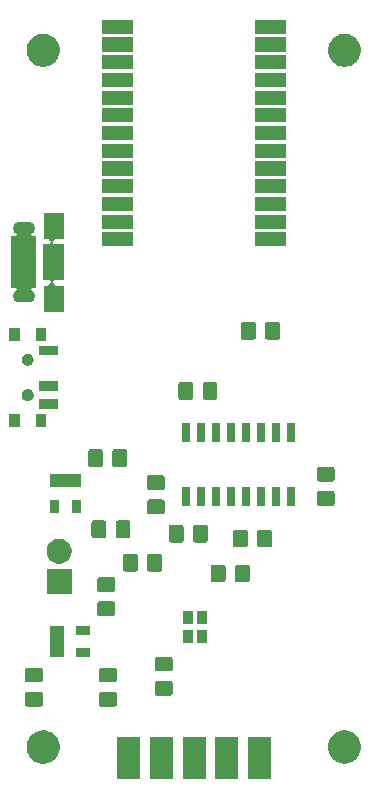
<source format=gts>
G04 #@! TF.GenerationSoftware,KiCad,Pcbnew,5.0.2-bee76a0~70~ubuntu16.04.1*
G04 #@! TF.CreationDate,2020-11-05T23:54:09+01:00*
G04 #@! TF.ProjectId,BTSerialClient,42545365-7269-4616-9c43-6c69656e742e,rev?*
G04 #@! TF.SameCoordinates,Original*
G04 #@! TF.FileFunction,Soldermask,Top*
G04 #@! TF.FilePolarity,Negative*
%FSLAX46Y46*%
G04 Gerber Fmt 4.6, Leading zero omitted, Abs format (unit mm)*
G04 Created by KiCad (PCBNEW 5.0.2-bee76a0~70~ubuntu16.04.1) date tor  5 nov 2020 23:54:09*
%MOMM*%
%LPD*%
G01*
G04 APERTURE LIST*
%ADD10C,0.100000*%
G04 APERTURE END LIST*
D10*
G36*
X122145033Y-99738600D02*
X120196367Y-99738600D01*
X120196367Y-96156600D01*
X122145033Y-96156600D01*
X122145033Y-99738600D01*
X122145033Y-99738600D01*
G37*
G36*
X124915033Y-99738600D02*
X122966367Y-99738600D01*
X122966367Y-96156600D01*
X124915033Y-96156600D01*
X124915033Y-99738600D01*
X124915033Y-99738600D01*
G37*
G36*
X127685033Y-99738600D02*
X125736367Y-99738600D01*
X125736367Y-96156600D01*
X127685033Y-96156600D01*
X127685033Y-99738600D01*
X127685033Y-99738600D01*
G37*
G36*
X119375033Y-99738600D02*
X117426367Y-99738600D01*
X117426367Y-96156600D01*
X119375033Y-96156600D01*
X119375033Y-99738600D01*
X119375033Y-99738600D01*
G37*
G36*
X116605033Y-99738600D02*
X114656367Y-99738600D01*
X114656367Y-96156600D01*
X116605033Y-96156600D01*
X116605033Y-99738600D01*
X116605033Y-99738600D01*
G37*
G36*
X108718433Y-95634893D02*
X108808657Y-95652839D01*
X108914267Y-95696585D01*
X109063621Y-95758449D01*
X109293089Y-95911774D01*
X109488226Y-96106911D01*
X109641551Y-96336379D01*
X109747161Y-96591344D01*
X109801000Y-96862012D01*
X109801000Y-97137988D01*
X109747161Y-97408656D01*
X109641551Y-97663621D01*
X109488226Y-97893089D01*
X109293089Y-98088226D01*
X109063621Y-98241551D01*
X108914267Y-98303415D01*
X108808657Y-98347161D01*
X108718433Y-98365107D01*
X108537988Y-98401000D01*
X108262012Y-98401000D01*
X108081567Y-98365107D01*
X107991343Y-98347161D01*
X107885733Y-98303415D01*
X107736379Y-98241551D01*
X107506911Y-98088226D01*
X107311774Y-97893089D01*
X107158449Y-97663621D01*
X107052839Y-97408656D01*
X106999000Y-97137988D01*
X106999000Y-96862012D01*
X107052839Y-96591344D01*
X107158449Y-96336379D01*
X107311774Y-96106911D01*
X107506911Y-95911774D01*
X107736379Y-95758449D01*
X107885733Y-95696585D01*
X107991343Y-95652839D01*
X108081567Y-95634893D01*
X108262012Y-95599000D01*
X108537988Y-95599000D01*
X108718433Y-95634893D01*
X108718433Y-95634893D01*
G37*
G36*
X134218433Y-95634893D02*
X134308657Y-95652839D01*
X134414267Y-95696585D01*
X134563621Y-95758449D01*
X134793089Y-95911774D01*
X134988226Y-96106911D01*
X135141551Y-96336379D01*
X135247161Y-96591344D01*
X135301000Y-96862012D01*
X135301000Y-97137988D01*
X135247161Y-97408656D01*
X135141551Y-97663621D01*
X134988226Y-97893089D01*
X134793089Y-98088226D01*
X134563621Y-98241551D01*
X134414267Y-98303415D01*
X134308657Y-98347161D01*
X134218433Y-98365107D01*
X134037988Y-98401000D01*
X133762012Y-98401000D01*
X133581567Y-98365107D01*
X133491343Y-98347161D01*
X133385733Y-98303415D01*
X133236379Y-98241551D01*
X133006911Y-98088226D01*
X132811774Y-97893089D01*
X132658449Y-97663621D01*
X132552839Y-97408656D01*
X132499000Y-97137988D01*
X132499000Y-96862012D01*
X132552839Y-96591344D01*
X132658449Y-96336379D01*
X132811774Y-96106911D01*
X133006911Y-95911774D01*
X133236379Y-95758449D01*
X133385733Y-95696585D01*
X133491343Y-95652839D01*
X133581567Y-95634893D01*
X133762012Y-95599000D01*
X134037988Y-95599000D01*
X134218433Y-95634893D01*
X134218433Y-95634893D01*
G37*
G36*
X108198317Y-92335065D02*
X108236004Y-92346498D01*
X108270743Y-92365066D01*
X108301188Y-92390052D01*
X108326174Y-92420497D01*
X108344742Y-92455236D01*
X108356175Y-92492923D01*
X108360640Y-92538261D01*
X108360640Y-93374939D01*
X108356175Y-93420277D01*
X108344742Y-93457964D01*
X108326174Y-93492703D01*
X108301188Y-93523148D01*
X108270743Y-93548134D01*
X108236004Y-93566702D01*
X108198317Y-93578135D01*
X108152979Y-93582600D01*
X107066301Y-93582600D01*
X107020963Y-93578135D01*
X106983276Y-93566702D01*
X106948537Y-93548134D01*
X106918092Y-93523148D01*
X106893106Y-93492703D01*
X106874538Y-93457964D01*
X106863105Y-93420277D01*
X106858640Y-93374939D01*
X106858640Y-92538261D01*
X106863105Y-92492923D01*
X106874538Y-92455236D01*
X106893106Y-92420497D01*
X106918092Y-92390052D01*
X106948537Y-92365066D01*
X106983276Y-92346498D01*
X107020963Y-92335065D01*
X107066301Y-92330600D01*
X108152979Y-92330600D01*
X108198317Y-92335065D01*
X108198317Y-92335065D01*
G37*
G36*
X114461957Y-92329985D02*
X114499644Y-92341418D01*
X114534383Y-92359986D01*
X114564828Y-92384972D01*
X114589814Y-92415417D01*
X114608382Y-92450156D01*
X114619815Y-92487843D01*
X114624280Y-92533181D01*
X114624280Y-93369859D01*
X114619815Y-93415197D01*
X114608382Y-93452884D01*
X114589814Y-93487623D01*
X114564828Y-93518068D01*
X114534383Y-93543054D01*
X114499644Y-93561622D01*
X114461957Y-93573055D01*
X114416619Y-93577520D01*
X113329941Y-93577520D01*
X113284603Y-93573055D01*
X113246916Y-93561622D01*
X113212177Y-93543054D01*
X113181732Y-93518068D01*
X113156746Y-93487623D01*
X113138178Y-93452884D01*
X113126745Y-93415197D01*
X113122280Y-93369859D01*
X113122280Y-92533181D01*
X113126745Y-92487843D01*
X113138178Y-92450156D01*
X113156746Y-92415417D01*
X113181732Y-92384972D01*
X113212177Y-92359986D01*
X113246916Y-92341418D01*
X113284603Y-92329985D01*
X113329941Y-92325520D01*
X114416619Y-92325520D01*
X114461957Y-92329985D01*
X114461957Y-92329985D01*
G37*
G36*
X119188677Y-91403465D02*
X119226364Y-91414898D01*
X119261103Y-91433466D01*
X119291548Y-91458452D01*
X119316534Y-91488897D01*
X119335102Y-91523636D01*
X119346535Y-91561323D01*
X119351000Y-91606661D01*
X119351000Y-92443339D01*
X119346535Y-92488677D01*
X119335102Y-92526364D01*
X119316534Y-92561103D01*
X119291548Y-92591548D01*
X119261103Y-92616534D01*
X119226364Y-92635102D01*
X119188677Y-92646535D01*
X119143339Y-92651000D01*
X118056661Y-92651000D01*
X118011323Y-92646535D01*
X117973636Y-92635102D01*
X117938897Y-92616534D01*
X117908452Y-92591548D01*
X117883466Y-92561103D01*
X117864898Y-92526364D01*
X117853465Y-92488677D01*
X117849000Y-92443339D01*
X117849000Y-91606661D01*
X117853465Y-91561323D01*
X117864898Y-91523636D01*
X117883466Y-91488897D01*
X117908452Y-91458452D01*
X117938897Y-91433466D01*
X117973636Y-91414898D01*
X118011323Y-91403465D01*
X118056661Y-91399000D01*
X119143339Y-91399000D01*
X119188677Y-91403465D01*
X119188677Y-91403465D01*
G37*
G36*
X108198317Y-90285065D02*
X108236004Y-90296498D01*
X108270743Y-90315066D01*
X108301188Y-90340052D01*
X108326174Y-90370497D01*
X108344742Y-90405236D01*
X108356175Y-90442923D01*
X108360640Y-90488261D01*
X108360640Y-91324939D01*
X108356175Y-91370277D01*
X108344742Y-91407964D01*
X108326174Y-91442703D01*
X108301188Y-91473148D01*
X108270743Y-91498134D01*
X108236004Y-91516702D01*
X108198317Y-91528135D01*
X108152979Y-91532600D01*
X107066301Y-91532600D01*
X107020963Y-91528135D01*
X106983276Y-91516702D01*
X106948537Y-91498134D01*
X106918092Y-91473148D01*
X106893106Y-91442703D01*
X106874538Y-91407964D01*
X106863105Y-91370277D01*
X106858640Y-91324939D01*
X106858640Y-90488261D01*
X106863105Y-90442923D01*
X106874538Y-90405236D01*
X106893106Y-90370497D01*
X106918092Y-90340052D01*
X106948537Y-90315066D01*
X106983276Y-90296498D01*
X107020963Y-90285065D01*
X107066301Y-90280600D01*
X108152979Y-90280600D01*
X108198317Y-90285065D01*
X108198317Y-90285065D01*
G37*
G36*
X114461957Y-90279985D02*
X114499644Y-90291418D01*
X114534383Y-90309986D01*
X114564828Y-90334972D01*
X114589814Y-90365417D01*
X114608382Y-90400156D01*
X114619815Y-90437843D01*
X114624280Y-90483181D01*
X114624280Y-91319859D01*
X114619815Y-91365197D01*
X114608382Y-91402884D01*
X114589814Y-91437623D01*
X114564828Y-91468068D01*
X114534383Y-91493054D01*
X114499644Y-91511622D01*
X114461957Y-91523055D01*
X114416619Y-91527520D01*
X113329941Y-91527520D01*
X113284603Y-91523055D01*
X113246916Y-91511622D01*
X113212177Y-91493054D01*
X113181732Y-91468068D01*
X113156746Y-91437623D01*
X113138178Y-91402884D01*
X113126745Y-91365197D01*
X113122280Y-91319859D01*
X113122280Y-90483181D01*
X113126745Y-90437843D01*
X113138178Y-90400156D01*
X113156746Y-90365417D01*
X113181732Y-90334972D01*
X113212177Y-90309986D01*
X113246916Y-90291418D01*
X113284603Y-90279985D01*
X113329941Y-90275520D01*
X114416619Y-90275520D01*
X114461957Y-90279985D01*
X114461957Y-90279985D01*
G37*
G36*
X119188677Y-89353465D02*
X119226364Y-89364898D01*
X119261103Y-89383466D01*
X119291548Y-89408452D01*
X119316534Y-89438897D01*
X119335102Y-89473636D01*
X119346535Y-89511323D01*
X119351000Y-89556661D01*
X119351000Y-90393339D01*
X119346535Y-90438677D01*
X119335102Y-90476364D01*
X119316534Y-90511103D01*
X119291548Y-90541548D01*
X119261103Y-90566534D01*
X119226364Y-90585102D01*
X119188677Y-90596535D01*
X119143339Y-90601000D01*
X118056661Y-90601000D01*
X118011323Y-90596535D01*
X117973636Y-90585102D01*
X117938897Y-90566534D01*
X117908452Y-90541548D01*
X117883466Y-90511103D01*
X117864898Y-90476364D01*
X117853465Y-90438677D01*
X117849000Y-90393339D01*
X117849000Y-89556661D01*
X117853465Y-89511323D01*
X117864898Y-89473636D01*
X117883466Y-89438897D01*
X117908452Y-89408452D01*
X117938897Y-89383466D01*
X117973636Y-89364898D01*
X118011323Y-89353465D01*
X118056661Y-89349000D01*
X119143339Y-89349000D01*
X119188677Y-89353465D01*
X119188677Y-89353465D01*
G37*
G36*
X110169120Y-89386640D02*
X109007120Y-89386640D01*
X109007120Y-86734640D01*
X110169120Y-86734640D01*
X110169120Y-89386640D01*
X110169120Y-89386640D01*
G37*
G36*
X112369120Y-89386640D02*
X111207120Y-89386640D01*
X111207120Y-88634640D01*
X112369120Y-88634640D01*
X112369120Y-89386640D01*
X112369120Y-89386640D01*
G37*
G36*
X122261000Y-88221000D02*
X121439000Y-88221000D01*
X121439000Y-87119000D01*
X122261000Y-87119000D01*
X122261000Y-88221000D01*
X122261000Y-88221000D01*
G37*
G36*
X121081000Y-88221000D02*
X120259000Y-88221000D01*
X120259000Y-87119000D01*
X121081000Y-87119000D01*
X121081000Y-88221000D01*
X121081000Y-88221000D01*
G37*
G36*
X112369120Y-87486640D02*
X111207120Y-87486640D01*
X111207120Y-86734640D01*
X112369120Y-86734640D01*
X112369120Y-87486640D01*
X112369120Y-87486640D01*
G37*
G36*
X121081000Y-86621000D02*
X120259000Y-86621000D01*
X120259000Y-85519000D01*
X121081000Y-85519000D01*
X121081000Y-86621000D01*
X121081000Y-86621000D01*
G37*
G36*
X122261000Y-86621000D02*
X121439000Y-86621000D01*
X121439000Y-85519000D01*
X122261000Y-85519000D01*
X122261000Y-86621000D01*
X122261000Y-86621000D01*
G37*
G36*
X114319717Y-84674425D02*
X114357404Y-84685858D01*
X114392143Y-84704426D01*
X114422588Y-84729412D01*
X114447574Y-84759857D01*
X114466142Y-84794596D01*
X114477575Y-84832283D01*
X114482040Y-84877621D01*
X114482040Y-85714299D01*
X114477575Y-85759637D01*
X114466142Y-85797324D01*
X114447574Y-85832063D01*
X114422588Y-85862508D01*
X114392143Y-85887494D01*
X114357404Y-85906062D01*
X114319717Y-85917495D01*
X114274379Y-85921960D01*
X113187701Y-85921960D01*
X113142363Y-85917495D01*
X113104676Y-85906062D01*
X113069937Y-85887494D01*
X113039492Y-85862508D01*
X113014506Y-85832063D01*
X112995938Y-85797324D01*
X112984505Y-85759637D01*
X112980040Y-85714299D01*
X112980040Y-84877621D01*
X112984505Y-84832283D01*
X112995938Y-84794596D01*
X113014506Y-84759857D01*
X113039492Y-84729412D01*
X113069937Y-84704426D01*
X113104676Y-84685858D01*
X113142363Y-84674425D01*
X113187701Y-84669960D01*
X114274379Y-84669960D01*
X114319717Y-84674425D01*
X114319717Y-84674425D01*
G37*
G36*
X110794240Y-84012480D02*
X108692240Y-84012480D01*
X108692240Y-81910480D01*
X110794240Y-81910480D01*
X110794240Y-84012480D01*
X110794240Y-84012480D01*
G37*
G36*
X114319717Y-82624425D02*
X114357404Y-82635858D01*
X114392143Y-82654426D01*
X114422588Y-82679412D01*
X114447574Y-82709857D01*
X114466142Y-82744596D01*
X114477575Y-82782283D01*
X114482040Y-82827621D01*
X114482040Y-83664299D01*
X114477575Y-83709637D01*
X114466142Y-83747324D01*
X114447574Y-83782063D01*
X114422588Y-83812508D01*
X114392143Y-83837494D01*
X114357404Y-83856062D01*
X114319717Y-83867495D01*
X114274379Y-83871960D01*
X113187701Y-83871960D01*
X113142363Y-83867495D01*
X113104676Y-83856062D01*
X113069937Y-83837494D01*
X113039492Y-83812508D01*
X113014506Y-83782063D01*
X112995938Y-83747324D01*
X112984505Y-83709637D01*
X112980040Y-83664299D01*
X112980040Y-82827621D01*
X112984505Y-82782283D01*
X112995938Y-82744596D01*
X113014506Y-82709857D01*
X113039492Y-82679412D01*
X113069937Y-82654426D01*
X113104676Y-82635858D01*
X113142363Y-82624425D01*
X113187701Y-82619960D01*
X114274379Y-82619960D01*
X114319717Y-82624425D01*
X114319717Y-82624425D01*
G37*
G36*
X123668677Y-81563465D02*
X123706364Y-81574898D01*
X123741103Y-81593466D01*
X123771548Y-81618452D01*
X123796534Y-81648897D01*
X123815102Y-81683636D01*
X123826535Y-81721323D01*
X123831000Y-81766661D01*
X123831000Y-82853339D01*
X123826535Y-82898677D01*
X123815102Y-82936364D01*
X123796534Y-82971103D01*
X123771548Y-83001548D01*
X123741103Y-83026534D01*
X123706364Y-83045102D01*
X123668677Y-83056535D01*
X123623339Y-83061000D01*
X122786661Y-83061000D01*
X122741323Y-83056535D01*
X122703636Y-83045102D01*
X122668897Y-83026534D01*
X122638452Y-83001548D01*
X122613466Y-82971103D01*
X122594898Y-82936364D01*
X122583465Y-82898677D01*
X122579000Y-82853339D01*
X122579000Y-81766661D01*
X122583465Y-81721323D01*
X122594898Y-81683636D01*
X122613466Y-81648897D01*
X122638452Y-81618452D01*
X122668897Y-81593466D01*
X122703636Y-81574898D01*
X122741323Y-81563465D01*
X122786661Y-81559000D01*
X123623339Y-81559000D01*
X123668677Y-81563465D01*
X123668677Y-81563465D01*
G37*
G36*
X125718677Y-81563465D02*
X125756364Y-81574898D01*
X125791103Y-81593466D01*
X125821548Y-81618452D01*
X125846534Y-81648897D01*
X125865102Y-81683636D01*
X125876535Y-81721323D01*
X125881000Y-81766661D01*
X125881000Y-82853339D01*
X125876535Y-82898677D01*
X125865102Y-82936364D01*
X125846534Y-82971103D01*
X125821548Y-83001548D01*
X125791103Y-83026534D01*
X125756364Y-83045102D01*
X125718677Y-83056535D01*
X125673339Y-83061000D01*
X124836661Y-83061000D01*
X124791323Y-83056535D01*
X124753636Y-83045102D01*
X124718897Y-83026534D01*
X124688452Y-83001548D01*
X124663466Y-82971103D01*
X124644898Y-82936364D01*
X124633465Y-82898677D01*
X124629000Y-82853339D01*
X124629000Y-81766661D01*
X124633465Y-81721323D01*
X124644898Y-81683636D01*
X124663466Y-81648897D01*
X124688452Y-81618452D01*
X124718897Y-81593466D01*
X124753636Y-81574898D01*
X124791323Y-81563465D01*
X124836661Y-81559000D01*
X125673339Y-81559000D01*
X125718677Y-81563465D01*
X125718677Y-81563465D01*
G37*
G36*
X116248677Y-80653465D02*
X116286364Y-80664898D01*
X116321103Y-80683466D01*
X116351548Y-80708452D01*
X116376534Y-80738897D01*
X116395102Y-80773636D01*
X116406535Y-80811323D01*
X116411000Y-80856661D01*
X116411000Y-81943339D01*
X116406535Y-81988677D01*
X116395102Y-82026364D01*
X116376534Y-82061103D01*
X116351548Y-82091548D01*
X116321103Y-82116534D01*
X116286364Y-82135102D01*
X116248677Y-82146535D01*
X116203339Y-82151000D01*
X115366661Y-82151000D01*
X115321323Y-82146535D01*
X115283636Y-82135102D01*
X115248897Y-82116534D01*
X115218452Y-82091548D01*
X115193466Y-82061103D01*
X115174898Y-82026364D01*
X115163465Y-81988677D01*
X115159000Y-81943339D01*
X115159000Y-80856661D01*
X115163465Y-80811323D01*
X115174898Y-80773636D01*
X115193466Y-80738897D01*
X115218452Y-80708452D01*
X115248897Y-80683466D01*
X115283636Y-80664898D01*
X115321323Y-80653465D01*
X115366661Y-80649000D01*
X116203339Y-80649000D01*
X116248677Y-80653465D01*
X116248677Y-80653465D01*
G37*
G36*
X118298677Y-80653465D02*
X118336364Y-80664898D01*
X118371103Y-80683466D01*
X118401548Y-80708452D01*
X118426534Y-80738897D01*
X118445102Y-80773636D01*
X118456535Y-80811323D01*
X118461000Y-80856661D01*
X118461000Y-81943339D01*
X118456535Y-81988677D01*
X118445102Y-82026364D01*
X118426534Y-82061103D01*
X118401548Y-82091548D01*
X118371103Y-82116534D01*
X118336364Y-82135102D01*
X118298677Y-82146535D01*
X118253339Y-82151000D01*
X117416661Y-82151000D01*
X117371323Y-82146535D01*
X117333636Y-82135102D01*
X117298897Y-82116534D01*
X117268452Y-82091548D01*
X117243466Y-82061103D01*
X117224898Y-82026364D01*
X117213465Y-81988677D01*
X117209000Y-81943339D01*
X117209000Y-80856661D01*
X117213465Y-80811323D01*
X117224898Y-80773636D01*
X117243466Y-80738897D01*
X117268452Y-80708452D01*
X117298897Y-80683466D01*
X117333636Y-80664898D01*
X117371323Y-80653465D01*
X117416661Y-80649000D01*
X118253339Y-80649000D01*
X118298677Y-80653465D01*
X118298677Y-80653465D01*
G37*
G36*
X110049805Y-79410869D02*
X110241074Y-79490095D01*
X110413216Y-79605117D01*
X110559603Y-79751504D01*
X110674625Y-79923646D01*
X110753851Y-80114915D01*
X110794240Y-80317964D01*
X110794240Y-80524996D01*
X110753851Y-80728045D01*
X110674625Y-80919314D01*
X110559603Y-81091456D01*
X110413216Y-81237843D01*
X110241074Y-81352865D01*
X110049805Y-81432091D01*
X109846756Y-81472480D01*
X109639724Y-81472480D01*
X109436675Y-81432091D01*
X109245406Y-81352865D01*
X109073264Y-81237843D01*
X108926877Y-81091456D01*
X108811855Y-80919314D01*
X108732629Y-80728045D01*
X108692240Y-80524996D01*
X108692240Y-80317964D01*
X108732629Y-80114915D01*
X108811855Y-79923646D01*
X108926877Y-79751504D01*
X109073264Y-79605117D01*
X109245406Y-79490095D01*
X109436675Y-79410869D01*
X109639724Y-79370480D01*
X109846756Y-79370480D01*
X110049805Y-79410869D01*
X110049805Y-79410869D01*
G37*
G36*
X125549797Y-78587825D02*
X125587484Y-78599258D01*
X125622223Y-78617826D01*
X125652668Y-78642812D01*
X125677654Y-78673257D01*
X125696222Y-78707996D01*
X125707655Y-78745683D01*
X125712120Y-78791021D01*
X125712120Y-79877699D01*
X125707655Y-79923037D01*
X125696222Y-79960724D01*
X125677654Y-79995463D01*
X125652668Y-80025908D01*
X125622223Y-80050894D01*
X125587484Y-80069462D01*
X125549797Y-80080895D01*
X125504459Y-80085360D01*
X124667781Y-80085360D01*
X124622443Y-80080895D01*
X124584756Y-80069462D01*
X124550017Y-80050894D01*
X124519572Y-80025908D01*
X124494586Y-79995463D01*
X124476018Y-79960724D01*
X124464585Y-79923037D01*
X124460120Y-79877699D01*
X124460120Y-78791021D01*
X124464585Y-78745683D01*
X124476018Y-78707996D01*
X124494586Y-78673257D01*
X124519572Y-78642812D01*
X124550017Y-78617826D01*
X124584756Y-78599258D01*
X124622443Y-78587825D01*
X124667781Y-78583360D01*
X125504459Y-78583360D01*
X125549797Y-78587825D01*
X125549797Y-78587825D01*
G37*
G36*
X127599797Y-78587825D02*
X127637484Y-78599258D01*
X127672223Y-78617826D01*
X127702668Y-78642812D01*
X127727654Y-78673257D01*
X127746222Y-78707996D01*
X127757655Y-78745683D01*
X127762120Y-78791021D01*
X127762120Y-79877699D01*
X127757655Y-79923037D01*
X127746222Y-79960724D01*
X127727654Y-79995463D01*
X127702668Y-80025908D01*
X127672223Y-80050894D01*
X127637484Y-80069462D01*
X127599797Y-80080895D01*
X127554459Y-80085360D01*
X126717781Y-80085360D01*
X126672443Y-80080895D01*
X126634756Y-80069462D01*
X126600017Y-80050894D01*
X126569572Y-80025908D01*
X126544586Y-79995463D01*
X126526018Y-79960724D01*
X126514585Y-79923037D01*
X126510120Y-79877699D01*
X126510120Y-78791021D01*
X126514585Y-78745683D01*
X126526018Y-78707996D01*
X126544586Y-78673257D01*
X126569572Y-78642812D01*
X126600017Y-78617826D01*
X126634756Y-78599258D01*
X126672443Y-78587825D01*
X126717781Y-78583360D01*
X127554459Y-78583360D01*
X127599797Y-78587825D01*
X127599797Y-78587825D01*
G37*
G36*
X120119157Y-78186505D02*
X120156844Y-78197938D01*
X120191583Y-78216506D01*
X120222028Y-78241492D01*
X120247014Y-78271937D01*
X120265582Y-78306676D01*
X120277015Y-78344363D01*
X120281480Y-78389701D01*
X120281480Y-79476379D01*
X120277015Y-79521717D01*
X120265582Y-79559404D01*
X120247014Y-79594143D01*
X120222028Y-79624588D01*
X120191583Y-79649574D01*
X120156844Y-79668142D01*
X120119157Y-79679575D01*
X120073819Y-79684040D01*
X119237141Y-79684040D01*
X119191803Y-79679575D01*
X119154116Y-79668142D01*
X119119377Y-79649574D01*
X119088932Y-79624588D01*
X119063946Y-79594143D01*
X119045378Y-79559404D01*
X119033945Y-79521717D01*
X119029480Y-79476379D01*
X119029480Y-78389701D01*
X119033945Y-78344363D01*
X119045378Y-78306676D01*
X119063946Y-78271937D01*
X119088932Y-78241492D01*
X119119377Y-78216506D01*
X119154116Y-78197938D01*
X119191803Y-78186505D01*
X119237141Y-78182040D01*
X120073819Y-78182040D01*
X120119157Y-78186505D01*
X120119157Y-78186505D01*
G37*
G36*
X122169157Y-78186505D02*
X122206844Y-78197938D01*
X122241583Y-78216506D01*
X122272028Y-78241492D01*
X122297014Y-78271937D01*
X122315582Y-78306676D01*
X122327015Y-78344363D01*
X122331480Y-78389701D01*
X122331480Y-79476379D01*
X122327015Y-79521717D01*
X122315582Y-79559404D01*
X122297014Y-79594143D01*
X122272028Y-79624588D01*
X122241583Y-79649574D01*
X122206844Y-79668142D01*
X122169157Y-79679575D01*
X122123819Y-79684040D01*
X121287141Y-79684040D01*
X121241803Y-79679575D01*
X121204116Y-79668142D01*
X121169377Y-79649574D01*
X121138932Y-79624588D01*
X121113946Y-79594143D01*
X121095378Y-79559404D01*
X121083945Y-79521717D01*
X121079480Y-79476379D01*
X121079480Y-78389701D01*
X121083945Y-78344363D01*
X121095378Y-78306676D01*
X121113946Y-78271937D01*
X121138932Y-78241492D01*
X121169377Y-78216506D01*
X121204116Y-78197938D01*
X121241803Y-78186505D01*
X121287141Y-78182040D01*
X122123819Y-78182040D01*
X122169157Y-78186505D01*
X122169157Y-78186505D01*
G37*
G36*
X115621037Y-77809425D02*
X115658724Y-77820858D01*
X115693463Y-77839426D01*
X115723908Y-77864412D01*
X115748894Y-77894857D01*
X115767462Y-77929596D01*
X115778895Y-77967283D01*
X115783360Y-78012621D01*
X115783360Y-79099299D01*
X115778895Y-79144637D01*
X115767462Y-79182324D01*
X115748894Y-79217063D01*
X115723908Y-79247508D01*
X115693463Y-79272494D01*
X115658724Y-79291062D01*
X115621037Y-79302495D01*
X115575699Y-79306960D01*
X114739021Y-79306960D01*
X114693683Y-79302495D01*
X114655996Y-79291062D01*
X114621257Y-79272494D01*
X114590812Y-79247508D01*
X114565826Y-79217063D01*
X114547258Y-79182324D01*
X114535825Y-79144637D01*
X114531360Y-79099299D01*
X114531360Y-78012621D01*
X114535825Y-77967283D01*
X114547258Y-77929596D01*
X114565826Y-77894857D01*
X114590812Y-77864412D01*
X114621257Y-77839426D01*
X114655996Y-77820858D01*
X114693683Y-77809425D01*
X114739021Y-77804960D01*
X115575699Y-77804960D01*
X115621037Y-77809425D01*
X115621037Y-77809425D01*
G37*
G36*
X113571037Y-77809425D02*
X113608724Y-77820858D01*
X113643463Y-77839426D01*
X113673908Y-77864412D01*
X113698894Y-77894857D01*
X113717462Y-77929596D01*
X113728895Y-77967283D01*
X113733360Y-78012621D01*
X113733360Y-79099299D01*
X113728895Y-79144637D01*
X113717462Y-79182324D01*
X113698894Y-79217063D01*
X113673908Y-79247508D01*
X113643463Y-79272494D01*
X113608724Y-79291062D01*
X113571037Y-79302495D01*
X113525699Y-79306960D01*
X112689021Y-79306960D01*
X112643683Y-79302495D01*
X112605996Y-79291062D01*
X112571257Y-79272494D01*
X112540812Y-79247508D01*
X112515826Y-79217063D01*
X112497258Y-79182324D01*
X112485825Y-79144637D01*
X112481360Y-79099299D01*
X112481360Y-78012621D01*
X112485825Y-77967283D01*
X112497258Y-77929596D01*
X112515826Y-77894857D01*
X112540812Y-77864412D01*
X112571257Y-77839426D01*
X112605996Y-77820858D01*
X112643683Y-77809425D01*
X112689021Y-77804960D01*
X113525699Y-77804960D01*
X113571037Y-77809425D01*
X113571037Y-77809425D01*
G37*
G36*
X118525957Y-76044665D02*
X118563644Y-76056098D01*
X118598383Y-76074666D01*
X118628828Y-76099652D01*
X118653814Y-76130097D01*
X118672382Y-76164836D01*
X118683815Y-76202523D01*
X118688280Y-76247861D01*
X118688280Y-77084539D01*
X118683815Y-77129877D01*
X118672382Y-77167564D01*
X118653814Y-77202303D01*
X118628828Y-77232748D01*
X118598383Y-77257734D01*
X118563644Y-77276302D01*
X118525957Y-77287735D01*
X118480619Y-77292200D01*
X117393941Y-77292200D01*
X117348603Y-77287735D01*
X117310916Y-77276302D01*
X117276177Y-77257734D01*
X117245732Y-77232748D01*
X117220746Y-77202303D01*
X117202178Y-77167564D01*
X117190745Y-77129877D01*
X117186280Y-77084539D01*
X117186280Y-76247861D01*
X117190745Y-76202523D01*
X117202178Y-76164836D01*
X117220746Y-76130097D01*
X117245732Y-76099652D01*
X117276177Y-76074666D01*
X117310916Y-76056098D01*
X117348603Y-76044665D01*
X117393941Y-76040200D01*
X118480619Y-76040200D01*
X118525957Y-76044665D01*
X118525957Y-76044665D01*
G37*
G36*
X111612800Y-77219440D02*
X110860800Y-77219440D01*
X110860800Y-76057440D01*
X111612800Y-76057440D01*
X111612800Y-77219440D01*
X111612800Y-77219440D01*
G37*
G36*
X109712800Y-77219440D02*
X108960800Y-77219440D01*
X108960800Y-76057440D01*
X109712800Y-76057440D01*
X109712800Y-77219440D01*
X109712800Y-77219440D01*
G37*
G36*
X125898240Y-76576800D02*
X125196240Y-76576800D01*
X125196240Y-74974800D01*
X125898240Y-74974800D01*
X125898240Y-76576800D01*
X125898240Y-76576800D01*
G37*
G36*
X128438240Y-76576800D02*
X127736240Y-76576800D01*
X127736240Y-74974800D01*
X128438240Y-74974800D01*
X128438240Y-76576800D01*
X128438240Y-76576800D01*
G37*
G36*
X129708240Y-76576800D02*
X129006240Y-76576800D01*
X129006240Y-74974800D01*
X129708240Y-74974800D01*
X129708240Y-76576800D01*
X129708240Y-76576800D01*
G37*
G36*
X127168240Y-76576800D02*
X126466240Y-76576800D01*
X126466240Y-74974800D01*
X127168240Y-74974800D01*
X127168240Y-76576800D01*
X127168240Y-76576800D01*
G37*
G36*
X124628240Y-76576800D02*
X123926240Y-76576800D01*
X123926240Y-74974800D01*
X124628240Y-74974800D01*
X124628240Y-76576800D01*
X124628240Y-76576800D01*
G37*
G36*
X122088240Y-76576800D02*
X121386240Y-76576800D01*
X121386240Y-74974800D01*
X122088240Y-74974800D01*
X122088240Y-76576800D01*
X122088240Y-76576800D01*
G37*
G36*
X120818240Y-76576800D02*
X120116240Y-76576800D01*
X120116240Y-74974800D01*
X120818240Y-74974800D01*
X120818240Y-76576800D01*
X120818240Y-76576800D01*
G37*
G36*
X123358240Y-76576800D02*
X122656240Y-76576800D01*
X122656240Y-74974800D01*
X123358240Y-74974800D01*
X123358240Y-76576800D01*
X123358240Y-76576800D01*
G37*
G36*
X132902357Y-75323305D02*
X132940044Y-75334738D01*
X132974783Y-75353306D01*
X133005228Y-75378292D01*
X133030214Y-75408737D01*
X133048782Y-75443476D01*
X133060215Y-75481163D01*
X133064680Y-75526501D01*
X133064680Y-76363179D01*
X133060215Y-76408517D01*
X133048782Y-76446204D01*
X133030214Y-76480943D01*
X133005228Y-76511388D01*
X132974783Y-76536374D01*
X132940044Y-76554942D01*
X132902357Y-76566375D01*
X132857019Y-76570840D01*
X131770341Y-76570840D01*
X131725003Y-76566375D01*
X131687316Y-76554942D01*
X131652577Y-76536374D01*
X131622132Y-76511388D01*
X131597146Y-76480943D01*
X131578578Y-76446204D01*
X131567145Y-76408517D01*
X131562680Y-76363179D01*
X131562680Y-75526501D01*
X131567145Y-75481163D01*
X131578578Y-75443476D01*
X131597146Y-75408737D01*
X131622132Y-75378292D01*
X131652577Y-75353306D01*
X131687316Y-75334738D01*
X131725003Y-75323305D01*
X131770341Y-75318840D01*
X132857019Y-75318840D01*
X132902357Y-75323305D01*
X132902357Y-75323305D01*
G37*
G36*
X118525957Y-73994665D02*
X118563644Y-74006098D01*
X118598383Y-74024666D01*
X118628828Y-74049652D01*
X118653814Y-74080097D01*
X118672382Y-74114836D01*
X118683815Y-74152523D01*
X118688280Y-74197861D01*
X118688280Y-75034539D01*
X118683815Y-75079877D01*
X118672382Y-75117564D01*
X118653814Y-75152303D01*
X118628828Y-75182748D01*
X118598383Y-75207734D01*
X118563644Y-75226302D01*
X118525957Y-75237735D01*
X118480619Y-75242200D01*
X117393941Y-75242200D01*
X117348603Y-75237735D01*
X117310916Y-75226302D01*
X117276177Y-75207734D01*
X117245732Y-75182748D01*
X117220746Y-75152303D01*
X117202178Y-75117564D01*
X117190745Y-75079877D01*
X117186280Y-75034539D01*
X117186280Y-74197861D01*
X117190745Y-74152523D01*
X117202178Y-74114836D01*
X117220746Y-74080097D01*
X117245732Y-74049652D01*
X117276177Y-74024666D01*
X117310916Y-74006098D01*
X117348603Y-73994665D01*
X117393941Y-73990200D01*
X118480619Y-73990200D01*
X118525957Y-73994665D01*
X118525957Y-73994665D01*
G37*
G36*
X111612800Y-75019440D02*
X108960800Y-75019440D01*
X108960800Y-73857440D01*
X111612800Y-73857440D01*
X111612800Y-75019440D01*
X111612800Y-75019440D01*
G37*
G36*
X132902357Y-73273305D02*
X132940044Y-73284738D01*
X132974783Y-73303306D01*
X133005228Y-73328292D01*
X133030214Y-73358737D01*
X133048782Y-73393476D01*
X133060215Y-73431163D01*
X133064680Y-73476501D01*
X133064680Y-74313179D01*
X133060215Y-74358517D01*
X133048782Y-74396204D01*
X133030214Y-74430943D01*
X133005228Y-74461388D01*
X132974783Y-74486374D01*
X132940044Y-74504942D01*
X132902357Y-74516375D01*
X132857019Y-74520840D01*
X131770341Y-74520840D01*
X131725003Y-74516375D01*
X131687316Y-74504942D01*
X131652577Y-74486374D01*
X131622132Y-74461388D01*
X131597146Y-74430943D01*
X131578578Y-74396204D01*
X131567145Y-74358517D01*
X131562680Y-74313179D01*
X131562680Y-73476501D01*
X131567145Y-73431163D01*
X131578578Y-73393476D01*
X131597146Y-73358737D01*
X131622132Y-73328292D01*
X131652577Y-73303306D01*
X131687316Y-73284738D01*
X131725003Y-73273305D01*
X131770341Y-73268840D01*
X132857019Y-73268840D01*
X132902357Y-73273305D01*
X132902357Y-73273305D01*
G37*
G36*
X113286557Y-71774385D02*
X113324244Y-71785818D01*
X113358983Y-71804386D01*
X113389428Y-71829372D01*
X113414414Y-71859817D01*
X113432982Y-71894556D01*
X113444415Y-71932243D01*
X113448880Y-71977581D01*
X113448880Y-73064259D01*
X113444415Y-73109597D01*
X113432982Y-73147284D01*
X113414414Y-73182023D01*
X113389428Y-73212468D01*
X113358983Y-73237454D01*
X113324244Y-73256022D01*
X113286557Y-73267455D01*
X113241219Y-73271920D01*
X112404541Y-73271920D01*
X112359203Y-73267455D01*
X112321516Y-73256022D01*
X112286777Y-73237454D01*
X112256332Y-73212468D01*
X112231346Y-73182023D01*
X112212778Y-73147284D01*
X112201345Y-73109597D01*
X112196880Y-73064259D01*
X112196880Y-71977581D01*
X112201345Y-71932243D01*
X112212778Y-71894556D01*
X112231346Y-71859817D01*
X112256332Y-71829372D01*
X112286777Y-71804386D01*
X112321516Y-71785818D01*
X112359203Y-71774385D01*
X112404541Y-71769920D01*
X113241219Y-71769920D01*
X113286557Y-71774385D01*
X113286557Y-71774385D01*
G37*
G36*
X115336557Y-71774385D02*
X115374244Y-71785818D01*
X115408983Y-71804386D01*
X115439428Y-71829372D01*
X115464414Y-71859817D01*
X115482982Y-71894556D01*
X115494415Y-71932243D01*
X115498880Y-71977581D01*
X115498880Y-73064259D01*
X115494415Y-73109597D01*
X115482982Y-73147284D01*
X115464414Y-73182023D01*
X115439428Y-73212468D01*
X115408983Y-73237454D01*
X115374244Y-73256022D01*
X115336557Y-73267455D01*
X115291219Y-73271920D01*
X114454541Y-73271920D01*
X114409203Y-73267455D01*
X114371516Y-73256022D01*
X114336777Y-73237454D01*
X114306332Y-73212468D01*
X114281346Y-73182023D01*
X114262778Y-73147284D01*
X114251345Y-73109597D01*
X114246880Y-73064259D01*
X114246880Y-71977581D01*
X114251345Y-71932243D01*
X114262778Y-71894556D01*
X114281346Y-71859817D01*
X114306332Y-71829372D01*
X114336777Y-71804386D01*
X114371516Y-71785818D01*
X114409203Y-71774385D01*
X114454541Y-71769920D01*
X115291219Y-71769920D01*
X115336557Y-71774385D01*
X115336557Y-71774385D01*
G37*
G36*
X125898240Y-71176800D02*
X125196240Y-71176800D01*
X125196240Y-69574800D01*
X125898240Y-69574800D01*
X125898240Y-71176800D01*
X125898240Y-71176800D01*
G37*
G36*
X122088240Y-71176800D02*
X121386240Y-71176800D01*
X121386240Y-69574800D01*
X122088240Y-69574800D01*
X122088240Y-71176800D01*
X122088240Y-71176800D01*
G37*
G36*
X129708240Y-71176800D02*
X129006240Y-71176800D01*
X129006240Y-69574800D01*
X129708240Y-69574800D01*
X129708240Y-71176800D01*
X129708240Y-71176800D01*
G37*
G36*
X128438240Y-71176800D02*
X127736240Y-71176800D01*
X127736240Y-69574800D01*
X128438240Y-69574800D01*
X128438240Y-71176800D01*
X128438240Y-71176800D01*
G37*
G36*
X124628240Y-71176800D02*
X123926240Y-71176800D01*
X123926240Y-69574800D01*
X124628240Y-69574800D01*
X124628240Y-71176800D01*
X124628240Y-71176800D01*
G37*
G36*
X123358240Y-71176800D02*
X122656240Y-71176800D01*
X122656240Y-69574800D01*
X123358240Y-69574800D01*
X123358240Y-71176800D01*
X123358240Y-71176800D01*
G37*
G36*
X120818240Y-71176800D02*
X120116240Y-71176800D01*
X120116240Y-69574800D01*
X120818240Y-69574800D01*
X120818240Y-71176800D01*
X120818240Y-71176800D01*
G37*
G36*
X127168240Y-71176800D02*
X126466240Y-71176800D01*
X126466240Y-69574800D01*
X127168240Y-69574800D01*
X127168240Y-71176800D01*
X127168240Y-71176800D01*
G37*
G36*
X108647600Y-69899360D02*
X107745600Y-69899360D01*
X107745600Y-68797360D01*
X108647600Y-68797360D01*
X108647600Y-69899360D01*
X108647600Y-69899360D01*
G37*
G36*
X106437600Y-69899360D02*
X105535600Y-69899360D01*
X105535600Y-68797360D01*
X106437600Y-68797360D01*
X106437600Y-69899360D01*
X106437600Y-69899360D01*
G37*
G36*
X109647600Y-68349360D02*
X108045600Y-68349360D01*
X108045600Y-67547360D01*
X109647600Y-67547360D01*
X109647600Y-68349360D01*
X109647600Y-68349360D01*
G37*
G36*
X107232736Y-66716613D02*
X107323912Y-66754379D01*
X107405972Y-66809210D01*
X107475750Y-66878988D01*
X107530581Y-66961048D01*
X107568347Y-67052224D01*
X107587600Y-67149016D01*
X107587600Y-67247704D01*
X107568347Y-67344496D01*
X107530581Y-67435672D01*
X107475750Y-67517732D01*
X107405972Y-67587510D01*
X107323912Y-67642341D01*
X107232736Y-67680107D01*
X107135944Y-67699360D01*
X107037256Y-67699360D01*
X106940464Y-67680107D01*
X106849288Y-67642341D01*
X106767228Y-67587510D01*
X106697450Y-67517732D01*
X106642619Y-67435672D01*
X106604853Y-67344496D01*
X106585600Y-67247704D01*
X106585600Y-67149016D01*
X106604853Y-67052224D01*
X106642619Y-66961048D01*
X106697450Y-66878988D01*
X106767228Y-66809210D01*
X106849288Y-66754379D01*
X106940464Y-66716613D01*
X107037256Y-66697360D01*
X107135944Y-66697360D01*
X107232736Y-66716613D01*
X107232736Y-66716613D01*
G37*
G36*
X120933237Y-66096105D02*
X120970924Y-66107538D01*
X121005663Y-66126106D01*
X121036108Y-66151092D01*
X121061094Y-66181537D01*
X121079662Y-66216276D01*
X121091095Y-66253963D01*
X121095560Y-66299301D01*
X121095560Y-67385979D01*
X121091095Y-67431317D01*
X121079662Y-67469004D01*
X121061094Y-67503743D01*
X121036108Y-67534188D01*
X121005663Y-67559174D01*
X120970924Y-67577742D01*
X120933237Y-67589175D01*
X120887899Y-67593640D01*
X120051221Y-67593640D01*
X120005883Y-67589175D01*
X119968196Y-67577742D01*
X119933457Y-67559174D01*
X119903012Y-67534188D01*
X119878026Y-67503743D01*
X119859458Y-67469004D01*
X119848025Y-67431317D01*
X119843560Y-67385979D01*
X119843560Y-66299301D01*
X119848025Y-66253963D01*
X119859458Y-66216276D01*
X119878026Y-66181537D01*
X119903012Y-66151092D01*
X119933457Y-66126106D01*
X119968196Y-66107538D01*
X120005883Y-66096105D01*
X120051221Y-66091640D01*
X120887899Y-66091640D01*
X120933237Y-66096105D01*
X120933237Y-66096105D01*
G37*
G36*
X122983237Y-66096105D02*
X123020924Y-66107538D01*
X123055663Y-66126106D01*
X123086108Y-66151092D01*
X123111094Y-66181537D01*
X123129662Y-66216276D01*
X123141095Y-66253963D01*
X123145560Y-66299301D01*
X123145560Y-67385979D01*
X123141095Y-67431317D01*
X123129662Y-67469004D01*
X123111094Y-67503743D01*
X123086108Y-67534188D01*
X123055663Y-67559174D01*
X123020924Y-67577742D01*
X122983237Y-67589175D01*
X122937899Y-67593640D01*
X122101221Y-67593640D01*
X122055883Y-67589175D01*
X122018196Y-67577742D01*
X121983457Y-67559174D01*
X121953012Y-67534188D01*
X121928026Y-67503743D01*
X121909458Y-67469004D01*
X121898025Y-67431317D01*
X121893560Y-67385979D01*
X121893560Y-66299301D01*
X121898025Y-66253963D01*
X121909458Y-66216276D01*
X121928026Y-66181537D01*
X121953012Y-66151092D01*
X121983457Y-66126106D01*
X122018196Y-66107538D01*
X122055883Y-66096105D01*
X122101221Y-66091640D01*
X122937899Y-66091640D01*
X122983237Y-66096105D01*
X122983237Y-66096105D01*
G37*
G36*
X109647600Y-66849360D02*
X108045600Y-66849360D01*
X108045600Y-66047360D01*
X109647600Y-66047360D01*
X109647600Y-66849360D01*
X109647600Y-66849360D01*
G37*
G36*
X107232736Y-63716613D02*
X107323912Y-63754379D01*
X107405972Y-63809210D01*
X107475750Y-63878988D01*
X107530581Y-63961048D01*
X107568347Y-64052224D01*
X107587600Y-64149016D01*
X107587600Y-64247704D01*
X107568347Y-64344496D01*
X107530581Y-64435672D01*
X107475750Y-64517732D01*
X107405972Y-64587510D01*
X107323912Y-64642341D01*
X107232736Y-64680107D01*
X107135944Y-64699360D01*
X107037256Y-64699360D01*
X106940464Y-64680107D01*
X106849288Y-64642341D01*
X106767228Y-64587510D01*
X106697450Y-64517732D01*
X106642619Y-64435672D01*
X106604853Y-64344496D01*
X106585600Y-64247704D01*
X106585600Y-64149016D01*
X106604853Y-64052224D01*
X106642619Y-63961048D01*
X106697450Y-63878988D01*
X106767228Y-63809210D01*
X106849288Y-63754379D01*
X106940464Y-63716613D01*
X107037256Y-63697360D01*
X107135944Y-63697360D01*
X107232736Y-63716613D01*
X107232736Y-63716613D01*
G37*
G36*
X109647600Y-63849360D02*
X108045600Y-63849360D01*
X108045600Y-63047360D01*
X109647600Y-63047360D01*
X109647600Y-63849360D01*
X109647600Y-63849360D01*
G37*
G36*
X108647600Y-62599360D02*
X107745600Y-62599360D01*
X107745600Y-61497360D01*
X108647600Y-61497360D01*
X108647600Y-62599360D01*
X108647600Y-62599360D01*
G37*
G36*
X106437600Y-62599360D02*
X105535600Y-62599360D01*
X105535600Y-61497360D01*
X106437600Y-61497360D01*
X106437600Y-62599360D01*
X106437600Y-62599360D01*
G37*
G36*
X126230397Y-61011025D02*
X126268084Y-61022458D01*
X126302823Y-61041026D01*
X126333268Y-61066012D01*
X126358254Y-61096457D01*
X126376822Y-61131196D01*
X126388255Y-61168883D01*
X126392720Y-61214221D01*
X126392720Y-62300899D01*
X126388255Y-62346237D01*
X126376822Y-62383924D01*
X126358254Y-62418663D01*
X126333268Y-62449108D01*
X126302823Y-62474094D01*
X126268084Y-62492662D01*
X126230397Y-62504095D01*
X126185059Y-62508560D01*
X125348381Y-62508560D01*
X125303043Y-62504095D01*
X125265356Y-62492662D01*
X125230617Y-62474094D01*
X125200172Y-62449108D01*
X125175186Y-62418663D01*
X125156618Y-62383924D01*
X125145185Y-62346237D01*
X125140720Y-62300899D01*
X125140720Y-61214221D01*
X125145185Y-61168883D01*
X125156618Y-61131196D01*
X125175186Y-61096457D01*
X125200172Y-61066012D01*
X125230617Y-61041026D01*
X125265356Y-61022458D01*
X125303043Y-61011025D01*
X125348381Y-61006560D01*
X126185059Y-61006560D01*
X126230397Y-61011025D01*
X126230397Y-61011025D01*
G37*
G36*
X128280397Y-61011025D02*
X128318084Y-61022458D01*
X128352823Y-61041026D01*
X128383268Y-61066012D01*
X128408254Y-61096457D01*
X128426822Y-61131196D01*
X128438255Y-61168883D01*
X128442720Y-61214221D01*
X128442720Y-62300899D01*
X128438255Y-62346237D01*
X128426822Y-62383924D01*
X128408254Y-62418663D01*
X128383268Y-62449108D01*
X128352823Y-62474094D01*
X128318084Y-62492662D01*
X128280397Y-62504095D01*
X128235059Y-62508560D01*
X127398381Y-62508560D01*
X127353043Y-62504095D01*
X127315356Y-62492662D01*
X127280617Y-62474094D01*
X127250172Y-62449108D01*
X127225186Y-62418663D01*
X127206618Y-62383924D01*
X127195185Y-62346237D01*
X127190720Y-62300899D01*
X127190720Y-61214221D01*
X127195185Y-61168883D01*
X127206618Y-61131196D01*
X127225186Y-61096457D01*
X127250172Y-61066012D01*
X127280617Y-61041026D01*
X127315356Y-61022458D01*
X127353043Y-61011025D01*
X127398381Y-61006560D01*
X128235059Y-61006560D01*
X128280397Y-61011025D01*
X128280397Y-61011025D01*
G37*
G36*
X110186640Y-53983680D02*
X109464460Y-53983680D01*
X109440074Y-53986082D01*
X109416625Y-53993195D01*
X109395014Y-54004746D01*
X109376072Y-54020292D01*
X109360526Y-54039234D01*
X109354061Y-54051329D01*
X109322595Y-54098421D01*
X109286381Y-54134635D01*
X109259275Y-54152747D01*
X109240333Y-54168293D01*
X109224788Y-54187235D01*
X109213237Y-54208846D01*
X109206124Y-54232295D01*
X109203722Y-54256681D01*
X109206124Y-54281068D01*
X109213238Y-54304517D01*
X109224789Y-54326127D01*
X109240335Y-54345069D01*
X109259277Y-54360614D01*
X109280888Y-54372165D01*
X109304337Y-54379278D01*
X109328722Y-54381680D01*
X110161640Y-54381680D01*
X110161640Y-57483680D01*
X109328722Y-57483680D01*
X109304336Y-57486082D01*
X109280887Y-57493195D01*
X109259276Y-57504746D01*
X109240334Y-57520292D01*
X109224788Y-57539234D01*
X109213237Y-57560845D01*
X109206124Y-57584294D01*
X109203722Y-57608680D01*
X109206124Y-57633066D01*
X109213237Y-57656515D01*
X109224788Y-57678126D01*
X109240334Y-57697068D01*
X109259275Y-57712613D01*
X109286381Y-57730725D01*
X109322595Y-57766939D01*
X109351050Y-57809525D01*
X109369685Y-57854514D01*
X109381236Y-57876125D01*
X109396781Y-57895068D01*
X109415723Y-57910613D01*
X109437334Y-57922165D01*
X109460783Y-57929278D01*
X109485170Y-57931680D01*
X110171640Y-57931680D01*
X110171640Y-60133680D01*
X108469640Y-60133680D01*
X108469640Y-57931680D01*
X108756110Y-57931680D01*
X108780496Y-57929278D01*
X108803945Y-57922165D01*
X108825556Y-57910614D01*
X108844498Y-57895068D01*
X108860044Y-57876126D01*
X108871595Y-57854514D01*
X108890230Y-57809525D01*
X108918685Y-57766939D01*
X108954899Y-57730725D01*
X108982005Y-57712613D01*
X109000947Y-57697067D01*
X109016492Y-57678125D01*
X109028043Y-57656514D01*
X109035156Y-57633065D01*
X109037558Y-57608679D01*
X109035156Y-57584292D01*
X109028042Y-57560843D01*
X109016491Y-57539233D01*
X109000945Y-57520291D01*
X108982003Y-57504746D01*
X108960392Y-57493195D01*
X108936943Y-57486082D01*
X108912558Y-57483680D01*
X108409640Y-57483680D01*
X108409640Y-54381680D01*
X108912558Y-54381680D01*
X108936944Y-54379278D01*
X108960393Y-54372165D01*
X108982004Y-54360614D01*
X109000946Y-54345068D01*
X109016492Y-54326126D01*
X109028043Y-54304515D01*
X109035156Y-54281066D01*
X109037558Y-54256680D01*
X109035156Y-54232294D01*
X109028043Y-54208845D01*
X109016492Y-54187234D01*
X109000946Y-54168292D01*
X108982005Y-54152747D01*
X108954899Y-54134635D01*
X108918685Y-54098421D01*
X108887219Y-54051330D01*
X108880753Y-54039232D01*
X108865207Y-54020290D01*
X108846265Y-54004745D01*
X108824654Y-53993194D01*
X108801204Y-53986081D01*
X108776820Y-53983680D01*
X108484640Y-53983680D01*
X108484640Y-51781680D01*
X110186640Y-51781680D01*
X110186640Y-53983680D01*
X110186640Y-53983680D01*
G37*
G36*
X107228655Y-52514653D02*
X107332519Y-52546159D01*
X107428240Y-52597324D01*
X107512141Y-52666179D01*
X107580996Y-52750080D01*
X107632161Y-52845801D01*
X107663667Y-52949665D01*
X107674306Y-53057680D01*
X107663667Y-53165695D01*
X107632161Y-53269559D01*
X107580996Y-53365280D01*
X107512141Y-53449181D01*
X107437959Y-53510060D01*
X107420638Y-53527381D01*
X107407025Y-53547756D01*
X107397647Y-53570395D01*
X107392867Y-53594428D01*
X107392867Y-53618933D01*
X107397648Y-53642966D01*
X107407025Y-53665605D01*
X107420639Y-53685980D01*
X107437966Y-53703307D01*
X107458341Y-53716920D01*
X107480980Y-53726298D01*
X107517265Y-53731680D01*
X107771640Y-53731680D01*
X107771640Y-58133680D01*
X107517265Y-58133680D01*
X107492879Y-58136082D01*
X107469430Y-58143195D01*
X107447819Y-58154746D01*
X107428877Y-58170292D01*
X107413331Y-58189234D01*
X107401780Y-58210845D01*
X107394667Y-58234294D01*
X107392265Y-58258680D01*
X107394667Y-58283066D01*
X107401780Y-58306515D01*
X107413331Y-58328126D01*
X107437962Y-58355302D01*
X107512141Y-58416179D01*
X107580996Y-58500080D01*
X107632161Y-58595801D01*
X107663667Y-58699665D01*
X107674306Y-58807680D01*
X107663667Y-58915695D01*
X107632161Y-59019559D01*
X107580996Y-59115280D01*
X107512141Y-59199181D01*
X107428240Y-59268036D01*
X107332519Y-59319201D01*
X107228655Y-59350707D01*
X107147707Y-59358680D01*
X106393573Y-59358680D01*
X106312625Y-59350707D01*
X106208761Y-59319201D01*
X106113040Y-59268036D01*
X106029139Y-59199181D01*
X105960284Y-59115280D01*
X105909119Y-59019559D01*
X105877613Y-58915695D01*
X105866974Y-58807680D01*
X105877613Y-58699665D01*
X105909119Y-58595801D01*
X105960284Y-58500080D01*
X106029139Y-58416179D01*
X106103321Y-58355300D01*
X106120642Y-58337979D01*
X106134255Y-58317604D01*
X106143633Y-58294965D01*
X106148413Y-58270932D01*
X106148413Y-58246427D01*
X106143632Y-58222394D01*
X106134255Y-58199755D01*
X106120641Y-58179380D01*
X106103314Y-58162053D01*
X106082939Y-58148440D01*
X106060300Y-58139062D01*
X106024015Y-58133680D01*
X105669640Y-58133680D01*
X105669640Y-53731680D01*
X106024015Y-53731680D01*
X106048401Y-53729278D01*
X106071850Y-53722165D01*
X106093461Y-53710614D01*
X106112403Y-53695068D01*
X106127949Y-53676126D01*
X106139500Y-53654515D01*
X106146613Y-53631066D01*
X106149015Y-53606680D01*
X106146613Y-53582294D01*
X106139500Y-53558845D01*
X106127949Y-53537234D01*
X106103318Y-53510058D01*
X106029139Y-53449181D01*
X105960284Y-53365280D01*
X105909119Y-53269559D01*
X105877613Y-53165695D01*
X105866974Y-53057680D01*
X105877613Y-52949665D01*
X105909119Y-52845801D01*
X105960284Y-52750080D01*
X106029139Y-52666179D01*
X106113040Y-52597324D01*
X106208761Y-52546159D01*
X106312625Y-52514653D01*
X106393573Y-52506680D01*
X107147707Y-52506680D01*
X107228655Y-52514653D01*
X107228655Y-52514653D01*
G37*
G36*
X128971700Y-54619720D02*
X126369700Y-54619720D01*
X126369700Y-53417720D01*
X128971700Y-53417720D01*
X128971700Y-54619720D01*
X128971700Y-54619720D01*
G37*
G36*
X115971700Y-54619720D02*
X113369700Y-54619720D01*
X113369700Y-53417720D01*
X115971700Y-53417720D01*
X115971700Y-54619720D01*
X115971700Y-54619720D01*
G37*
G36*
X128971700Y-53119720D02*
X126369700Y-53119720D01*
X126369700Y-51917720D01*
X128971700Y-51917720D01*
X128971700Y-53119720D01*
X128971700Y-53119720D01*
G37*
G36*
X115971700Y-53119720D02*
X113369700Y-53119720D01*
X113369700Y-51917720D01*
X115971700Y-51917720D01*
X115971700Y-53119720D01*
X115971700Y-53119720D01*
G37*
G36*
X115971700Y-51619720D02*
X113369700Y-51619720D01*
X113369700Y-50417720D01*
X115971700Y-50417720D01*
X115971700Y-51619720D01*
X115971700Y-51619720D01*
G37*
G36*
X128971700Y-51619720D02*
X126369700Y-51619720D01*
X126369700Y-50417720D01*
X128971700Y-50417720D01*
X128971700Y-51619720D01*
X128971700Y-51619720D01*
G37*
G36*
X115971700Y-50119720D02*
X113369700Y-50119720D01*
X113369700Y-48917720D01*
X115971700Y-48917720D01*
X115971700Y-50119720D01*
X115971700Y-50119720D01*
G37*
G36*
X128971700Y-50119720D02*
X126369700Y-50119720D01*
X126369700Y-48917720D01*
X128971700Y-48917720D01*
X128971700Y-50119720D01*
X128971700Y-50119720D01*
G37*
G36*
X128971700Y-48619720D02*
X126369700Y-48619720D01*
X126369700Y-47417720D01*
X128971700Y-47417720D01*
X128971700Y-48619720D01*
X128971700Y-48619720D01*
G37*
G36*
X115971700Y-48619720D02*
X113369700Y-48619720D01*
X113369700Y-47417720D01*
X115971700Y-47417720D01*
X115971700Y-48619720D01*
X115971700Y-48619720D01*
G37*
G36*
X128971700Y-47119720D02*
X126369700Y-47119720D01*
X126369700Y-45917720D01*
X128971700Y-45917720D01*
X128971700Y-47119720D01*
X128971700Y-47119720D01*
G37*
G36*
X115971700Y-47119720D02*
X113369700Y-47119720D01*
X113369700Y-45917720D01*
X115971700Y-45917720D01*
X115971700Y-47119720D01*
X115971700Y-47119720D01*
G37*
G36*
X128971700Y-45619720D02*
X126369700Y-45619720D01*
X126369700Y-44417720D01*
X128971700Y-44417720D01*
X128971700Y-45619720D01*
X128971700Y-45619720D01*
G37*
G36*
X115971700Y-45619720D02*
X113369700Y-45619720D01*
X113369700Y-44417720D01*
X115971700Y-44417720D01*
X115971700Y-45619720D01*
X115971700Y-45619720D01*
G37*
G36*
X128971700Y-44119720D02*
X126369700Y-44119720D01*
X126369700Y-42917720D01*
X128971700Y-42917720D01*
X128971700Y-44119720D01*
X128971700Y-44119720D01*
G37*
G36*
X115971700Y-44119720D02*
X113369700Y-44119720D01*
X113369700Y-42917720D01*
X115971700Y-42917720D01*
X115971700Y-44119720D01*
X115971700Y-44119720D01*
G37*
G36*
X115971700Y-42619720D02*
X113369700Y-42619720D01*
X113369700Y-41417720D01*
X115971700Y-41417720D01*
X115971700Y-42619720D01*
X115971700Y-42619720D01*
G37*
G36*
X128971700Y-42619720D02*
X126369700Y-42619720D01*
X126369700Y-41417720D01*
X128971700Y-41417720D01*
X128971700Y-42619720D01*
X128971700Y-42619720D01*
G37*
G36*
X115971700Y-41119720D02*
X113369700Y-41119720D01*
X113369700Y-39917720D01*
X115971700Y-39917720D01*
X115971700Y-41119720D01*
X115971700Y-41119720D01*
G37*
G36*
X128971700Y-41119720D02*
X126369700Y-41119720D01*
X126369700Y-39917720D01*
X128971700Y-39917720D01*
X128971700Y-41119720D01*
X128971700Y-41119720D01*
G37*
G36*
X128971700Y-39619720D02*
X126369700Y-39619720D01*
X126369700Y-38417720D01*
X128971700Y-38417720D01*
X128971700Y-39619720D01*
X128971700Y-39619720D01*
G37*
G36*
X115971700Y-39619720D02*
X113369700Y-39619720D01*
X113369700Y-38417720D01*
X115971700Y-38417720D01*
X115971700Y-39619720D01*
X115971700Y-39619720D01*
G37*
G36*
X108718433Y-36634893D02*
X108808657Y-36652839D01*
X108914267Y-36696585D01*
X109063621Y-36758449D01*
X109293089Y-36911774D01*
X109488226Y-37106911D01*
X109641551Y-37336379D01*
X109747161Y-37591344D01*
X109801000Y-37862012D01*
X109801000Y-38137988D01*
X109747161Y-38408656D01*
X109641551Y-38663621D01*
X109488226Y-38893089D01*
X109293089Y-39088226D01*
X109063621Y-39241551D01*
X108914267Y-39303415D01*
X108808657Y-39347161D01*
X108718433Y-39365107D01*
X108537988Y-39401000D01*
X108262012Y-39401000D01*
X108081567Y-39365107D01*
X107991343Y-39347161D01*
X107885733Y-39303415D01*
X107736379Y-39241551D01*
X107506911Y-39088226D01*
X107311774Y-38893089D01*
X107158449Y-38663621D01*
X107052839Y-38408656D01*
X106999000Y-38137988D01*
X106999000Y-37862012D01*
X107052839Y-37591344D01*
X107158449Y-37336379D01*
X107311774Y-37106911D01*
X107506911Y-36911774D01*
X107736379Y-36758449D01*
X107885733Y-36696585D01*
X107991343Y-36652839D01*
X108081567Y-36634893D01*
X108262012Y-36599000D01*
X108537988Y-36599000D01*
X108718433Y-36634893D01*
X108718433Y-36634893D01*
G37*
G36*
X134218433Y-36634893D02*
X134308657Y-36652839D01*
X134414267Y-36696585D01*
X134563621Y-36758449D01*
X134793089Y-36911774D01*
X134988226Y-37106911D01*
X135141551Y-37336379D01*
X135247161Y-37591344D01*
X135301000Y-37862012D01*
X135301000Y-38137988D01*
X135247161Y-38408656D01*
X135141551Y-38663621D01*
X134988226Y-38893089D01*
X134793089Y-39088226D01*
X134563621Y-39241551D01*
X134414267Y-39303415D01*
X134308657Y-39347161D01*
X134218433Y-39365107D01*
X134037988Y-39401000D01*
X133762012Y-39401000D01*
X133581567Y-39365107D01*
X133491343Y-39347161D01*
X133385733Y-39303415D01*
X133236379Y-39241551D01*
X133006911Y-39088226D01*
X132811774Y-38893089D01*
X132658449Y-38663621D01*
X132552839Y-38408656D01*
X132499000Y-38137988D01*
X132499000Y-37862012D01*
X132552839Y-37591344D01*
X132658449Y-37336379D01*
X132811774Y-37106911D01*
X133006911Y-36911774D01*
X133236379Y-36758449D01*
X133385733Y-36696585D01*
X133491343Y-36652839D01*
X133581567Y-36634893D01*
X133762012Y-36599000D01*
X134037988Y-36599000D01*
X134218433Y-36634893D01*
X134218433Y-36634893D01*
G37*
G36*
X128971700Y-38119720D02*
X126369700Y-38119720D01*
X126369700Y-36917720D01*
X128971700Y-36917720D01*
X128971700Y-38119720D01*
X128971700Y-38119720D01*
G37*
G36*
X115971700Y-38119720D02*
X113369700Y-38119720D01*
X113369700Y-36917720D01*
X115971700Y-36917720D01*
X115971700Y-38119720D01*
X115971700Y-38119720D01*
G37*
G36*
X128971700Y-36619720D02*
X126369700Y-36619720D01*
X126369700Y-35417720D01*
X128971700Y-35417720D01*
X128971700Y-36619720D01*
X128971700Y-36619720D01*
G37*
G36*
X115971700Y-36619720D02*
X113369700Y-36619720D01*
X113369700Y-35417720D01*
X115971700Y-35417720D01*
X115971700Y-36619720D01*
X115971700Y-36619720D01*
G37*
M02*

</source>
